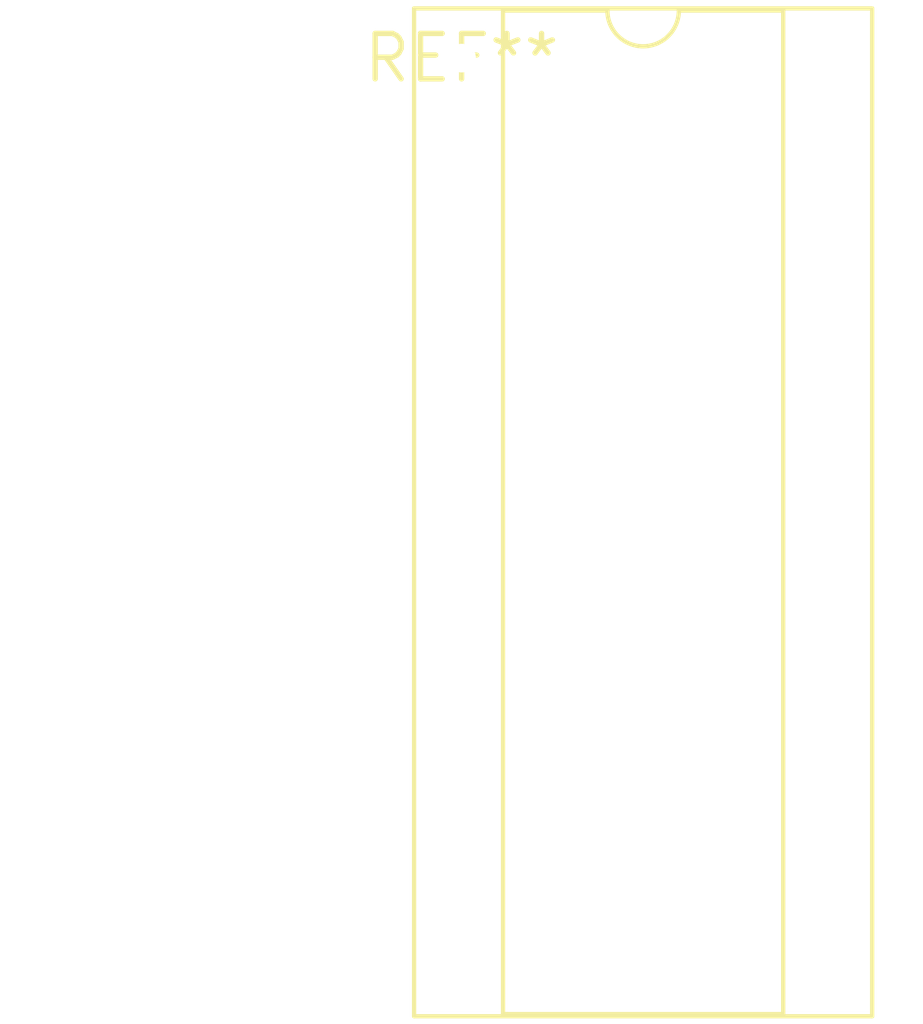
<source format=kicad_pcb>
(kicad_pcb (version 20240108) (generator pcbnew)
  (layers (0 "F.Cu" signal) (31 "B.Cu" signal) (34 "B.Paste" user) (35 "F.Paste" user) (36 "B.SilkS" user "B.Silkscreen") (37 "F.SilkS" user "F.Silkscreen") (38 "B.Mask" user) (39 "F.Mask" user) (44 "Edge.Cuts" user))
  (net 0 "")
  (footprint "DIP-22_W10.16mm_Socket" (layer "F.Cu") (at 0 0)
    (property "Reference" "REF**")
    (property "Value" "DIP-22_W10.16mm_Socket")
    (fp_line (start -1.33 -1.39) (end -1.33 26.79) (layer "F.SilkS") (stroke (width 0.12)))
    (fp_line (start -1.33 26.79) (end 11.49 26.79) (layer "F.SilkS") (stroke (width 0.12)))
    (fp_line (start 1.16 -1.33) (end 1.16 26.73) (layer "F.SilkS") (stroke (width 0.12)))
    (fp_line (start 1.16 26.73) (end 9 26.73) (layer "F.SilkS") (stroke (width 0.12)))
    (fp_line (start 4.08 -1.33) (end 1.16 -1.33) (layer "F.SilkS") (stroke (width 0.12)))
    (fp_line (start 9 -1.33) (end 6.08 -1.33) (layer "F.SilkS") (stroke (width 0.12)))
    (fp_line (start 9 26.73) (end 9 -1.33) (layer "F.SilkS") (stroke (width 0.12)))
    (fp_line (start 11.49 -1.39) (end -1.33 -1.39) (layer "F.SilkS") (stroke (width 0.12)))
    (fp_line (start 11.49 26.79) (end 11.49 -1.39) (layer "F.SilkS") (stroke (width 0.12)))
    (fp_arc (start 6.08 -1.33) (mid 5.08 -0.33) (end 4.08 -1.33) (layer "F.SilkS") (stroke (width 0.12)))
    (pad "1" thru_hole rect (at 0 0) (size 1.6 1.6) (drill 0.8) (layers *.Cu *.Mask) (remove_unused_layers))
    (pad "2" thru_hole oval (at 0 2.54) (size 1.6 1.6) (drill 0.8) (layers *.Cu *.Mask) (remove_unused_layers))
    (pad "3" thru_hole oval (at 0 5.08) (size 1.6 1.6) (drill 0.8) (layers *.Cu *.Mask) (remove_unused_layers))
    (pad "4" thru_hole oval (at 0 7.62) (size 1.6 1.6) (drill 0.8) (layers *.Cu *.Mask) (remove_unused_layers))
    (pad "5" thru_hole oval (at 0 10.16) (size 1.6 1.6) (drill 0.8) (layers *.Cu *.Mask) (remove_unused_layers))
    (pad "6" thru_hole oval (at 0 12.7) (size 1.6 1.6) (drill 0.8) (layers *.Cu *.Mask) (remove_unused_layers))
    (pad "7" thru_hole oval (at 0 15.24) (size 1.6 1.6) (drill 0.8) (layers *.Cu *.Mask) (remove_unused_layers))
    (pad "8" thru_hole oval (at 0 17.78) (size 1.6 1.6) (drill 0.8) (layers *.Cu *.Mask) (remove_unused_layers))
    (pad "9" thru_hole oval (at 0 20.32) (size 1.6 1.6) (drill 0.8) (layers *.Cu *.Mask) (remove_unused_layers))
    (pad "10" thru_hole oval (at 0 22.86) (size 1.6 1.6) (drill 0.8) (layers *.Cu *.Mask) (remove_unused_layers))
    (pad "11" thru_hole oval (at 0 25.4) (size 1.6 1.6) (drill 0.8) (layers *.Cu *.Mask) (remove_unused_layers))
    (pad "12" thru_hole oval (at 10.16 25.4) (size 1.6 1.6) (drill 0.8) (layers *.Cu *.Mask) (remove_unused_layers))
    (pad "13" thru_hole oval (at 10.16 22.86) (size 1.6 1.6) (drill 0.8) (layers *.Cu *.Mask) (remove_unused_layers))
    (pad "14" thru_hole oval (at 10.16 20.32) (size 1.6 1.6) (drill 0.8) (layers *.Cu *.Mask) (remove_unused_layers))
    (pad "15" thru_hole oval (at 10.16 17.78) (size 1.6 1.6) (drill 0.8) (layers *.Cu *.Mask) (remove_unused_layers))
    (pad "16" thru_hole oval (at 10.16 15.24) (size 1.6 1.6) (drill 0.8) (layers *.Cu *.Mask) (remove_unused_layers))
    (pad "17" thru_hole oval (at 10.16 12.7) (size 1.6 1.6) (drill 0.8) (layers *.Cu *.Mask) (remove_unused_layers))
    (pad "18" thru_hole oval (at 10.16 10.16) (size 1.6 1.6) (drill 0.8) (layers *.Cu *.Mask) (remove_unused_layers))
    (pad "19" thru_hole oval (at 10.16 7.62) (size 1.6 1.6) (drill 0.8) (layers *.Cu *.Mask) (remove_unused_layers))
    (pad "20" thru_hole oval (at 10.16 5.08) (size 1.6 1.6) (drill 0.8) (layers *.Cu *.Mask) (remove_unused_layers))
    (pad "21" thru_hole oval (at 10.16 2.54) (size 1.6 1.6) (drill 0.8) (layers *.Cu *.Mask) (remove_unused_layers))
    (pad "22" thru_hole oval (at 10.16 0) (size 1.6 1.6) (drill 0.8) (layers *.Cu *.Mask) (remove_unused_layers))
  )
)
</source>
